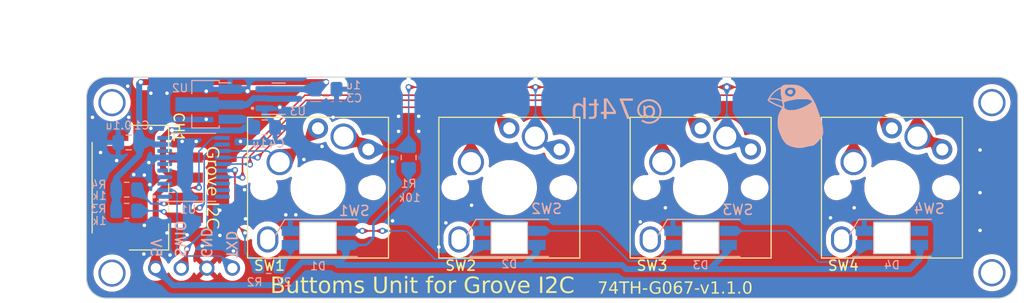
<source format=kicad_pcb>
(kicad_pcb (version 20241229) (generator "pcbnew") (generator_version "9.0")
  (title_block (rev "v1.1.0"))
  (layers (0 "F.Cu" signal) (2 "B.Cu" signal) (13 "F.Paste" user) (15 "B.Paste" user) (5 "F.SilkS" user "F.Silkscreen") (7 "B.SilkS" user "B.Silkscreen") (1 "F.Mask" user) (3 "B.Mask" user) (25 "Edge.Cuts" user))
  (net 0 "")
  (net 1 "+5V")
  (net 2 "GND")
  (net 3 "/SCL")
  (net 4 "/SDA")
  (net 5 "/SWDIO")
  (net 6 "/TXD")
  (net 7 "Net-(D1-DOUT)")
  (net 8 "Net-(D1-DIN)")
  (net 9 "Net-(D2-DOUT)")
  (net 10 "Net-(D3-DOUT)")
  (net 12 "Net-(R1-Pad2)")
  (net 13 "/LED")
  (net 14 "/SW1")
  (net 15 "/SW2")
  (net 16 "/SW3")
  (net 17 "/SW4")
  (net 27 "+3V3")
  (net 28 "Net-(U2-VO)")
  (footprint "74th:Switch_MXChoc_1.0u" (layer "F.Cu") (at 83 67)
    (property "Reference" "SW2" (hide yes))
    (property "Value" "SW_Push" (hide yes))
    (fp_text user "${REFERENCE}" (at -4.826 7.747 0) (layer "F.SilkS"))
    (fp_text user "${REFERENCE}" (at 3.7 2.1 0) (layer "B.SilkS") (effects (justify mirror)))
    (pad "" np_thru_hole circle (at -5.5 0) (size 2 2) (drill 2) (layers "*.Cu" "*.Mask"))
    (pad "" np_thru_hole circle (at -5.08 0) (size 1.7 1.7) (drill 1.7) (layers "*.Cu" "*.Mask"))
    (pad "" thru_hole oval (at -5 5.15 180) (size 2.1 2.6) (drill oval 1.5 2) (layers "*.Cu" "*.Mask"))
    (pad "" np_thru_hole circle (at 0 0 90) (size 5 5) (drill 5) (layers "*.Cu" "*.Mask"))
    (pad "" np_thru_hole circle (at 5.08 0) (size 1.7 1.7) (drill 1.7) (layers "*.Cu" "*.Mask"))
    (pad "" np_thru_hole circle (at 5.5 0) (size 2 2) (drill 2) (layers "*.Cu" "*.Mask"))
    (pad "1" thru_hole circle (at -3.81 -2.54 180) (size 2.6 2.6) (drill 2) (layers "*.Cu" "*.Mask") (net 15 "/SW2"))
    (pad "1" thru_hole circle (at 0 -5.9) (size 2 2) (drill 1.2) (layers "*.Cu" "*.Mask") (net 15 "/SW2"))
    (pad "2" thru_hole circle (at 2.54 -5.08 180) (size 2.6 2.6) (drill 2) (layers "*.Cu" "*.Mask") (net 12 "Net-(R1-Pad2)"))
    (pad "2" thru_hole circle (at 5 -3.8) (size 2 2) (drill 1.2) (layers "*.Cu" "*.Mask") (net 12 "Net-(R1-Pad2)"))
  )
  (footprint "74th:Connector_HY-2.0_SMD_4Pin" (layer "F.Cu") (at 50.8656 67 -90)
    (property "Reference" "CH1" (at -6 0.7 270) (layer "F.SilkS"))
    (property "Value" "Grove I2C" (at 0 -2.6 270) (layer "F.SilkS") (effects (font (size 1.2 1.2))))
    (pad "" smd rect (at -5.4 7.5 90) (size 1.5 3.6) (layers "F.Cu" "F.Mask" "F.Paste"))
    (pad "" smd rect (at 5.4 7.5 90) (size 1.5 3.6) (layers "F.Cu" "F.Mask" "F.Paste"))
    (pad "1" smd rect (at 3 0 90) (size 1 3.4) (layers "F.Cu" "F.Mask" "F.Paste") (net 3 "/SCL"))
    (pad "2" smd rect (at 1 0 90) (size 1 3.4) (layers "F.Cu" "F.Mask" "F.Paste") (net 4 "/SDA"))
    (pad "3" smd rect (at -1 0 90) (size 1 3.4) (layers "F.Cu" "F.Mask" "F.Paste") (net 1 "+5V"))
    (pad "4" smd rect (at -3 0 90) (size 1 3.4) (layers "F.Cu" "F.Mask" "F.Paste") (net 2 "GND"))
  )
  (footprint "$74th:M2_v2" (layer "F.Cu") (at 130.93 63.5)
    (property "Reference" "M2-1" (hide yes))
    (property "Value" "M2_v2" (hide yes))
    (pad "" thru_hole circle (at 0 11.96) (size 2.7 2.7) (drill 2.2) (layers "*.Cu" "*.Mask"))
  )
  (footprint "74th:PinOut_Pin_4" (layer "F.Cu") (at 47.88 75)
    (property "Reference" "CH2" (hide yes))
    (property "Value" "SWD 1Wire & UART TX" (hide yes))
    (pad "1" thru_hole circle (at 0 0) (size 1.524 1.524) (drill 1) (layers "*.Cu" "*.Mask") (net 1 "+5V"))
    (pad "2" thru_hole circle (at 2.54 0) (size 1.524 1.524) (drill 1) (layers "*.Cu" "*.Mask") (net 5 "/SWDIO"))
    (pad "3" thru_hole circle (at 5.08 0) (size 1.524 1.524) (drill 1) (layers "*.Cu" "*.Mask") (net 2 "GND"))
    (pad "4" thru_hole circle (at 7.62 0) (size 1.524 1.524) (drill 1) (layers "*.Cu" "*.Mask") (net 6 "/TXD"))
  )
  (footprint "$74th:M2_v2" (layer "F.Cu") (at 130.93 59.04)
    (property "Reference" "M2-1" (hide yes))
    (property "Value" "M2_v2" (hide yes))
    (pad "" thru_hole circle (at 0 -0.5) (size 2.7 2.7) (drill 2.2) (layers "*.Cu" "*.Mask"))
  )
  (footprint "$74th:M2_v2" (layer "F.Cu") (at 43.54 48.58)
    (property "Reference" "M2-1" (hide yes))
    (property "Value" "M2_v2" (hide yes))
    (pad "" thru_hole circle (at 0 9.96) (size 2.7 2.7) (drill 2.2) (layers "*.Cu" "*.Mask"))
  )
  (footprint "74th:Switch_MXChoc_1.0u" (layer "F.Cu") (at 102 67)
    (property "Reference" "SW3" (hide yes))
    (property "Value" "SW_Push" (hide yes))
    (fp_text user "${REFERENCE}" (at -4.826 7.747 0) (layer "F.SilkS"))
    (fp_text user "${REFERENCE}" (at 3.7 2.2 0) (layer "B.SilkS") (effects (justify mirror)))
    (pad "" np_thru_hole circle (at -5.5 0) (size 2 2) (drill 2) (layers "*.Cu" "*.Mask"))
    (pad "" np_thru_hole circle (at -5.08 0) (size 1.7 1.7) (drill 1.7) (layers "*.Cu" "*.Mask"))
    (pad "" thru_hole oval (at -5 5.15 180) (size 2.1 2.6) (drill oval 1.5 2) (layers "*.Cu" "*.Mask"))
    (pad "" np_thru_hole circle (at 0 0 90) (size 5 5) (drill 5) (layers "*.Cu" "*.Mask"))
    (pad "" np_thru_hole circle (at 5.08 0) (size 1.7 1.7) (drill 1.7) (layers "*.Cu" "*.Mask"))
    (pad "" np_thru_hole circle (at 5.5 0) (size 2 2) (drill 2) (layers "*.Cu" "*.Mask"))
    (pad "1" thru_hole circle (at -3.81 -2.54 180) (size 2.6 2.6) (drill 2) (layers "*.Cu" "*.Mask") (net 16 "/SW3"))
    (pad "1" thru_hole circle (at 0 -5.9) (size 2 2) (drill 1.2) (layers "*.Cu" "*.Mask") (net 16 "/SW3"))
    (pad "2" thru_hole circle (at 2.54 -5.08 180) (size 2.6 2.6) (drill 2) (layers "*.Cu" "*.Mask") (net 12 "Net-(R1-Pad2)"))
    (pad "2" thru_hole circle (at 5 -3.8) (size 2 2) (drill 1.2) (layers "*.Cu" "*.Mask") (net 12 "Net-(R1-Pad2)"))
  )
  (footprint "74th:Switch_MXChoc_1.0u" (layer "F.Cu") (at 121 67)
    (property "Reference" "SW4" (hide yes))
    (property "Value" "SW_Push" (hide yes))
    (fp_text user "${REFERENCE}" (at -4.826 7.747 0) (layer "F.SilkS"))
    (fp_text user "${REFERENCE}" (at 3.7 2.1 0) (layer "B.SilkS") (effects (justify mirror)))
    (pad "" np_thru_hole circle (at -5.5 0) (size 2 2) (drill 2) (layers "*.Cu" "*.Mask"))
    (pad "" np_thru_hole circle (at -5.08 0) (size 1.7 1.7) (drill 1.7) (layers "*.Cu" "*.Mask"))
    (pad "" thru_hole oval (at -5 5.15 180) (size 2.1 2.6) (drill oval 1.5 2) (layers "*.Cu" "*.Mask"))
    (pad "" np_thru_hole circle (at 0 0 90) (size 5 5) (drill 5) (layers "*.Cu" "*.Mask"))
    (pad "" np_thru_hole circle (at 5.08 0) (size 1.7 1.7) (drill 1.7) (layers "*.Cu" "*.Mask"))
    (pad "" np_thru_hole circle (at 5.5 0) (size 2 2) (drill 2) (layers "*.Cu" "*.Mask"))
    (pad "1" thru_hole circle (at -3.81 -2.54 180) (size 2.6 2.6) (drill 2) (layers "*.Cu" "*.Mask") (net 17 "/SW4"))
    (pad "1" thru_hole circle (at 0 -5.9) (size 2 2) (drill 1.2) (layers "*.Cu" "*.Mask") (net 17 "/SW4"))
    (pad "2" thru_hole circle (at 2.54 -5.08 180) (size 2.6 2.6) (drill 2) (layers "*.Cu" "*.Mask") (net 12 "Net-(R1-Pad2)"))
    (pad "2" thru_hole circle (at 5 -3.8) (size 2 2) (drill 1.2) (layers "*.Cu" "*.Mask") (net 12 "Net-(R1-Pad2)"))
  )
  (footprint "74th:Switch_MXChoc_1.0u" (layer "F.Cu") (at 64 67)
    (property "Reference" "SW1" (hide yes))
    (property "Value" "SW_Push" (hide yes))
    (fp_text user "${REFERENCE}" (at -4.826 7.747 0) (layer "F.SilkS"))
    (fp_text user "${REFERENCE}" (at 3.6 2.3 0) (layer "B.SilkS") (effects (justify mirror)))
    (pad "" np_thru_hole circle (at -5.5 0) (size 2 2) (drill 2) (layers "*.Cu" "*.Mask"))
    (pad "" np_thru_hole circle (at -5.08 0) (size 1.7 1.7) (drill 1.7) (layers "*.Cu" "*.Mask"))
    (pad "" thru_hole oval (at -5 5.15 180) (size 2.1 2.6) (drill oval 1.5 2) (layers "*.Cu" "*.Mask"))
    (pad "" np_thru_hole circle (at 0 0 90) (size 5 5) (drill 5) (layers "*.Cu" "*.Mask"))
    (pad "" np_thru_hole circle (at 5.08 0) (size 1.7 1.7) (drill 1.7) (layers "*.Cu" "*.Mask"))
    (pad "" np_thru_hole circle (at 5.5 0) (size 2 2) (drill 2) (layers "*.Cu" "*.Mask"))
    (pad "1" thru_hole circle (at -3.81 -2.54 180) (size 2.6 2.6) (drill 2) (layers "*.Cu" "*.Mask") (net 14 "/SW1"))
    (pad "1" thru_hole circle (at 0 -5.9) (size 2 2) (drill 1.2) (layers "*.Cu" "*.Mask") (net 14 "/SW1"))
    (pad "2" thru_hole circle (at 2.54 -5.08 180) (size 2.6 2.6) (drill 2) (layers "*.Cu" "*.Mask") (net 12 "Net-(R1-Pad2)"))
    (pad "2" thru_hole circle (at 5 -3.8) (size 2 2) (drill 1.2) (layers "*.Cu" "*.Mask") (net 12 "Net-(R1-Pad2)"))
  )
  (footprint "$74th:M2_v2" (layer "F.Cu") (at 43.54 63.54)
    (property "Reference" "M2-1" (hide yes))
    (property "Value" "M2_v2" (hide yes))
    (pad "" thru_hole circle (at 0 11.96) (size 2.7 2.7) (drill 2.2) (layers "*.Cu" "*.Mask"))
  )
  (footprint "74th:Register_0805_2012_WithSizeText" (layer "B.Cu") (at 73 64 90)
    (property "Reference" "R1" (at -2.6 0 0) (layer "B.SilkS") (effects (font (size 0.8 0.8) (thickness 0.12)) (justify mirror)))
    (property "Value" "10k" (hide yes))
    (fp_text user "${VALUE}" (at -4 0.1 0) (layer "B.SilkS") (effects (font (size 0.8 0.8) (thickness 0.12)) (justify mirror)))
    (pad "1" smd roundrect (at -1.0375 0 90) (size 1.175 1.45) (layers "B.Cu" "B.Mask" "B.Paste") (roundrect_rratio 0.208333) (net 1 "+5V"))
    (pad "2" smd roundrect (at 1.0375 0 90) (size 1.175 1.45) (layers "B.Cu" "B.Mask" "B.Paste") (roundrect_rratio 0.208333) (net 12 "Net-(R1-Pad2)"))
  )
  (footprint "74th:Capacitor_0805_2012_WithSizeText" (layer "B.Cu") (at 45.2 62.5 180)
    (property "Reference" "C1" (at -1.3 1.7 180) (layer "B.SilkS") (effects (font (size 0.8 0.8) (thickness 0.12)) (justify mirror)))
    (property "Value" "0.1u" (hide yes))
    (fp_text user "${VALUE}" (at 1 1.7 0) (layer "B.SilkS") (effects (font (size 0.8 0.8) (thickness 0.12)) (justify mirror)))
    (pad "1" smd roundrect (at -1.0375 0 180) (size 1.175 1.45) (layers "B.Cu" "B.Mask" "B.Paste") (roundrect_rratio 0.212766) (net 27 "+3V3"))
    (pad "2" smd roundrect (at 1.0375 0 180) (size 1.175 1.45) (layers "B.Cu" "B.Mask" "B.Paste") (roundrect_rratio 0.212766) (net 2 "GND"))
  )
  (footprint "74th:Logo_74th_7.5mm" (layer "B.Cu") (at 111.601617 60.219674 180)
    (property "Reference" "MISC-ICON" (hide yes))
    (property "Value" "LOGO" (hide yes))
  )
  (footprint "74th:LED_SK6812MINI-E_BACK-RIGHT" (layer "B.Cu") (at 102 72)
    (property "Reference" "D3" (at 0 2.7 180) (layer "B.SilkS") (effects (font (size 0.8 0.8) (thickness 0.12)) (justify mirror)))
    (property "Value" "SK6812MINI")
    (fp_line (start -1.8 -1.55) (end 1.8 -1.55) (stroke (width 0.12)) (layer "Edge.Cuts"))
    (fp_line (start -1.8 1.55) (end -1.8 -1.55) (stroke (width 0.12)) (layer "Edge.Cuts"))
    (fp_line (start 1.8 -1.55) (end 1.8 1.55) (stroke (width 0.12)) (layer "Edge.Cuts"))
    (fp_line (start 1.8 1.55) (end -1.8 1.55) (stroke (width 0.12)) (layer "Edge.Cuts"))
    (pad "1" smd rect (at 2.75 0.7) (size 1.7 1) (layers "B.Cu" "B.Mask" "B.Paste") (net 1 "+5V"))
    (pad "2" smd rect (at 2.75 -0.7) (size 1.7 1) (layers "B.Cu" "B.Mask" "B.Paste") (net 10 "Net-(D3-DOUT)"))
    (pad "3" smd rect (at -2.75 -0.7) (size 1.7 1) (layers "B.Cu" "B.Mask" "B.Paste") (net 2 "GND"))
    (pad "4" smd rect (at -2.75 0.7) (size 1.7 1) (layers "B.Cu" "B.Mask" "B.Paste") (net 9 "Net-(D2-DOUT)"))
  )
  (footprint "74th:Package_SOT-89-3" (layer "B.Cu") (at 52.825 58.7 180)
    (property "Reference" "U2" (at 2.525 1.6 0) (layer "B.SilkS") (effects (font (size 0.8 0.8) (thickness 0.12)) (justify mirror)))
    (property "Value" "AMS1117")
    (pad "1" smd rect (at -2.45 1.5 180) (size 2.3 0.9) (layers "B.Cu" "B.Mask" "B.Paste") (net 2 "GND"))
    (pad "2" smd rect (at -2.45 -0.05 180) (size 2.3 0.9) (layers "B.Cu" "B.Mask" "B.Paste") (net 28 "Net-(U2-VO)"))
    (pad "2" smd rect (at 0.85 -0.025 180) (size 4.3 1.45) (layers "B.Cu" "B.Mask" "B.Paste") (net 28 "Net-(U2-VO)"))
    (pad "3" smd rect (at -2.45 -1.5 180) (size 2.3 0.9) (layers "B.Cu" "B.Mask" "B.Paste") (net 1 "+5V"))
  )
  (footprint "74th:Capacitor_0805_2012_WithSizeText" (layer "B.Cu") (at 64.8 57.2)
    (property "Reference" "C3" (at 2.8 0.9 0) (layer "B.SilkS") (effects (font (size 0.8 0.8) (thickness 0.12)) (justify mirror)))
    (property "Value" "1u" (hide yes))
    (fp_text user "${VALUE}" (at 2.7 -0.4 0) (layer "B.SilkS") (effects (font (size 0.8 0.8) (thickness 0.12)) (justify mirror)))
    (pad "1" smd roundrect (at -1.0375 0) (size 1.175 1.45) (layers "B.Cu" "B.Mask" "B.Paste") (roundrect_rratio 0.212766) (net 27 "+3V3"))
    (pad "2" smd roundrect (at 1.0375 0) (size 1.175 1.45) (layers "B.Cu" "B.Mask" "B.Paste") (roundrect_rratio 0.212766) (net 2 "GND"))
  )
  (footprint "$74th:JLCJLCJLCJLC" (layer "B.Cu") (at 118.5 76.9 180)
    (property "Reference" "REF**" (hide yes))
    (property "Value" "JLCJLCJLCJLC" (hide yes))
  )
  (footprint "74th:Register_0805_2012_WithSizeText" (layer "B.Cu") (at 45 69.3)
    (property "Reference" "R3" (at -2.8 -0.2 0) (layer "B.SilkS") (effects (font (size 0.8 0.8) (thickness 0.12)) (justify mirror)))
    (property "Value" "1k" (hide yes))
    (fp_text user "${VALUE}" (at -2.7 1 0) (layer "B.SilkS") (effects (font (size 0.8 0.8) (thickness 0.12)) (justify mirror)))
    (pad "1" smd roundrect (at -1.0375 0) (size 1.175 1.45) (layers "B.Cu" "B.Mask" "B.Paste") (roundrect_rratio 0.208333) (net 27 "+3V3"))
    (pad "2" smd roundrect (at 1.0375 0) (size 1.175 1.45) (layers "B.Cu" "B.Mask" "B.Paste") (roundrect_rratio 0.208333) (net 3 "/SCL"))
  )
  (footprint "74th:Capacitor_0805_2012_WithSizeText" (layer "B.Cu") (at 58.7 61)
    (property "Reference" "C4" (at 1.2 1.6 0) (layer "B.SilkS") (effects (font (size 0.8 0.8) (thickness 0.12)) (justify mirror)))
    (property "Value" "1u" (hide yes))
    (fp_text user "${VALUE}" (at -0.5 1.6 0) (layer "B.SilkS") (effects (font (size 0.8 0.8) (thickness 0.12)) (justify mirror)))
    (pad "1" smd roundrect (at -1.0375 0) (size 1.175 1.45) (layers "B.Cu" "B.Mask" "B.Paste") (roundrect_rratio 0.212766) (net 1 "+5V"))
    (pad "2" smd roundrect (at 1.0375 0) (size 1.175 1.45) (layers "B.Cu" "B.Mask" "B.Paste") (roundrect_rratio 0.212766) (net 2 "GND"))
  )
  (footprint "74th:Package_TSSOP-20_4.4x6.5mm_P0.65mm" (layer "B.Cu") (at 51.6375 64.975)
    (property "Reference" "U1" (at -0.5375 4.2 180) (layer "B.SilkS") (effects (font (size 0.8 0.8) (thickness 0.12)) (justify mirror)))
    (property "Value" "CH32V003F4P6")
    (pad "1" smd roundrect (at -2.8625 2.925) (size 1.475 0.4) (layers "B.Cu" "B.Mask" "B.Paste"))
    (pad "2" smd roundrect (at -2.8625 2.275) (size 1.475 0.4) (layers "B.Cu" "B.Mask" "B.Paste") (net 6 "/TXD"))
    (pad "3" smd roundrect (at -2.8625 1.625) (size 1.475 0.4) (layers "B.Cu" "B.Mask" "B.Paste"))
    (pad "4" smd roundrect (at -2.8625 0.975) (size 1.475 0.4) (layers "B.Cu" "B.Mask" "B.Paste"))
    (pad "5" smd roundrect (at -2.8625 0.325) (size 1.475 0.4) (layers "B.Cu" "B.Mask" "B.Paste"))
    (pad "6" smd roundrect (at -2.8625 -0.325) (size 1.475 0.4) (layers "B.Cu" "B.Mask" "B.Paste"))
    (pad "7" smd roundrect (at -2.8625 -0.975) (size 1.475 0.4) (layers "B.Cu" "B.Mask" "B.Paste") (net 2 "GND"))
    (pad "8" smd roundrect (at -2.8625 -1.625) (size 1.475 0.4) (layers "B.Cu" "B.Mask" "B.Paste"))
    (pad "9" smd roundrect (at -2.8625 -2.275) (size 1.475 0.4) (layers "B.Cu" "B.Mask" "B.Paste") (net 27 "+3V3"))
    (pad "10" smd roundrect (at -2.8625 -2.925) (size 1.475 0.4) (layers "B.Cu" "B.Mask" "B.Paste"))
    (pad "11" smd roundrect (at 2.8625 -2.925) (size 1.475 0.4) (layers "B.Cu" "B.Mask" "B.Paste") (net 4 "/SDA"))
    (pad "12" smd roundrect (at 2.8625 -2.275) (size 1.475 0.4) (layers "B.Cu" "B.Mask" "B.Paste") (net 3 "/SCL"))
    (pad "13" smd roundrect (at 2.8625 -1.625) (size 1.475 0.4) (layers "B.Cu" "B.Mask" "B.Paste") (net 14 "/SW1"))
    (pad "14" smd roundrect (at 2.8625 -0.975) (size 1.475 0.4) (layers "B.Cu" "B.Mask" "B.Paste") (net 15 "/SW2"))
    (pad "15" smd roundrect (at 2.8625 -0.325) (size 1.475 0.4) (layers "B.Cu" "B.Mask" "B.Paste") (net 16 "/SW3"))
    (pad "16" smd roundrect (at 2.8625 0.325) (size 1.475 0.4) (layers "B.Cu" "B.Mask" "B.Paste") (net 13 "/LED"))
    (pad "17" smd roundrect (at 2.8625 0.975) (size 1.475 0.4) (layers "B.Cu" "B.Mask" "B.Paste") (net 17 "/SW4"))
    (pad "18" smd roundrect (at 2.8625 1.625) (size 1.475 0.4) (layers "B.Cu" "B.Mask" "B.Paste") (net 5 "/SWDIO"))
    (pad "19" smd roundrect (at 2.8625 2.275) (size 1.475 0.4) (layers "B.Cu" "B.Mask" "B.Paste"))
    (pad "20" smd roundrect (at 2.8625 2.925) (size 1.475 0.4) (layers "B.Cu" "B.Mask" "B.Paste"))
  )
  (footprint "74th:LED_SK6812MINI-E_BACK-RIGHT" (layer "B.Cu") (at 121 72)
    (property "Reference" "D4" (at 0 2.7 180) (layer "B.SilkS") (effects (font (size 0.8 0.8) (thickness 0.12)) (justify mirror)))
    (property "Value" "SK6812MINI")
    (fp_line (start -1.8 -1.55) (end 1.8 -1.55) (stroke (width 0.12)) (layer "Edge.Cuts"))
    (fp_line (start -1.8 1.55) (end -1.8 -1.55) (stroke (width 0.12)) (layer "Edge.Cuts"))
    (fp_line (start 1.8 -1.55) (end 1.8 1.55) (stroke (width 0.12)) (layer "Edge.Cuts"))
    (fp_line (start 1.8 1.55) (end -1.8 1.55) (stroke (width 0.12)) (layer "Edge.Cuts"))
    (pad "1" smd rect (at 2.75 0.7) (size 1.7 1) (layers "B.Cu" "B.Mask" "B.Paste") (net 1 "+5V"))
    (pad "2" smd rect (at 2.75 -0.7) (size 1.7 1) (layers "B.Cu" "B.Mask" "B.Paste"))
    (pad "3" smd rect (at -2.75 -0.7) (size 1.7 1) (layers "B.Cu" "B.Mask" "B.Paste") (net 2 "GND"))
    (pad "4" smd rect (at -2.75 0.7) (size 1.7 1) (layers "B.Cu" "B.Mask" "B.Paste") (net 10 "Net-(D3-DOUT)"))
  )
  (footprint "74th:Register_0805_2012_WithSizeText" (layer "B.Cu") (at 59.1 74.8 180)
    (property "Reference" "R2" (at 1.4 -1.6 180) (layer "B.SilkS") (effects (font (size 0.8 0.8) (thickness 0.12)) (justify mirror)))
    (property "Value" "27" (hide yes))
    (fp_text user "${VALUE}" (at -1.5 -1.6 180) (layer "B.SilkS") (effects (font (size 0.8 0.8) (thickness 0.12)) (justify mirror)))
    (pad "1" smd roundrect (at -1.0375 0 180) (size 1.175 1.45) (layers "B.Cu" "B.Mask" "B.Paste") (roundrect_rratio 0.208333) (net 8 "Net-(D1-DIN)"))
    (pad "2" smd roundrect (at 1.0375 0 180) (size 1.175 1.45) (layers "B.Cu" "B.Mask" "B.Paste") (roundrect_rratio 0.208333) (net 13 "/LED"))
  )
  (footprint "74th:LED_SK6812MINI-E_BACK-RIGHT" (layer "B.Cu") (at 64 72)
    (property "Reference" "D1" (at 0 2.8 180) (layer "B.SilkS") (effects (font (size 0.8 0.8) (thickness 0.12)) (justify mirror)))
    (property "Value" "SK6812MINI")
    (fp_line (start -1.8 -1.55) (end 1.8 -1.55) (stroke (width 0.12)) (layer "Edge.Cuts"))
    (fp_line (start -1.8 1.55) (end -1.8 -1.55) (stroke (width 0.12)) (layer "Edge.Cuts"))
    (fp_line (start 1.8 -1.55) (end 1.8 1.55) (stroke (width 0.12)) (layer "Edge.Cuts"))
    (fp_line (start 1.8 1.55) (end -1.8 1.55) (stroke (width 0.12)) (layer "Edge.Cuts"))
    (pad "1" smd rect (at 2.75 0.7) (size 1.7 1) (layers "B.Cu" "B.Mask" "B.Paste") (net 1 "+5V"))
    (pad "2" smd rect (at 2.75 -0.7) (size 1.7 1) (layers "B.Cu" "B.Mask" "B.Paste") (net 7 "Net-(D1-DOUT)"))
    (pad "3" smd rect (at -2.75 -0.7) (size 1.7 1) (layers "B.Cu" "B.Mask" "B.Paste") (net 2 "GND"))
    (pad "4" smd rect (at -2.75 0.7) (size 1.7 1) (layers "B.Cu" "B.Mask" "B.Paste") (net 8 "Net-(D1-DIN)"))
  )
  (footprint "74th:Register_0805_2012_WithSizeText" (layer "B.Cu") (at 45 67.2)
    (property "Reference" "R4" (at -2.8 -0.5 0) (layer "B.SilkS") (effects (font (size 0.8 0.8) (thickness 0.12)) (justify mirror)))
    (property "Value" "1k" (hide yes))
    (fp_text user "${VALUE}" (at -2.7 0.6 0) (layer "B.SilkS") (effects (font (size 0.8 0.8) (thickness 0.12)) (justify mirror)))
    (pad "1" smd roundrect (at -1.0375 0) (size 1.175 1.45) (layers "B.Cu" "B.Mask" "B.Paste") (roundrect_rratio 0.208333) (net 27 "+3V3"))
    (pad "2" smd roundrect (at 1.0375 0) (size 1.175 1.45) (layers "B.Cu" "B.Mask" "B.Paste") (roundrect_rratio 0.208333) (net 4 "/SDA"))
  )
  (footprint "74th:LED_SK6812MINI-E_BACK-RIGHT" (layer "B.Cu") (at 83 72)
    (property "Reference" "D2" (at 0 2.6 180) (layer "B.SilkS") (effects (font (size 0.8 0.8) (thickness 0.12)) (justify mirror)))
    (property "Value" "SK6812MINI")
    (fp_line (start -1.8 -1.55) (end 1.8 -1.55) (stroke (width 0.12)) (layer "Edge.Cuts"))
    (fp_line (start -1.8 1.55) (end -1.8 -1.55) (stroke (width 0.12)) (layer "Edge.Cuts"))
    (fp_line (start 1.8 -1.55) (end 1.8 1.55) (stroke (width 0.12)) (layer "Edge.Cuts"))
    (fp_line (start 1.8 1.55) (end -1.8 1.55) (stroke (width 0.12)) (layer "Edge.Cuts"))
    (pad "1" smd rect (at 2.75 0.7) (size 1.7 1) (layers "B.Cu" "B.Mask" "B.Paste") (net 1 "+5V"))
    (pad "2" smd rect (at 2.75 -0.7) (size 1.7 1) (layers "B.Cu" "B.Mask" "B.Paste") (net 9 "Net-(D2-DOUT)"))
    (pad "3" smd rect (at -2.75 -0.7) (size 1.7 1) (layers "B.Cu" "B.Mask" "B.Paste") (net 2 "GND"))
    (pad "4" smd rect (at -2.75 0.7) (size 1.7 1) (layers "B.Cu" "B.Mask" "B.Paste") (net 7 "Net-(D1-DOUT)"))
  )
  (footprint "74th:Package_SOT-23" (layer "B.Cu") (at 60.0875 58.15)
    (property "Reference" "U3" (at 1.9125 1.25 0) (layer "B.SilkS") (effects (font (size 0.8 0.8) (thickness 0.12)) (justify mirror)))
    (property "Value" "CH213K")
    (pad "1" smd roundrect (at -1.3875 0.95) (size 1.825 0.6) (layers "B.Cu" "B.Mask" "B.Paste") (net 2 "GND"))
    (pad "2" smd roundrect (at -1.3875 -0.95) (size 1.825 0.6) (layers "B.Cu" "B.Mask" "B.Paste") (net 27 "+3V3"))
    (pad "3" smd roundrect (at 1.3875 0) (size 1.825 0.6) (layers "B.Cu" "B.Mask" "B.Paste") (net 28 "Net-(U2-VO)"))
  )
  (gr_arc (start 41 58) (mid 41.585786 56.585786) (end 43 56) (stroke (width 0.1)) (layer "Edge.Cuts"))
  (gr_arc (start 131.5 56) (mid 132.914214 56.585786) (end 133.5 58) (stroke (width 0.1)) (layer "Edge.Cuts"))
  (gr_arc (start 43 78) (mid 41.585786 77.414214) (end 41 76) (stroke (width 0.1)) (layer "Edge.Cuts"))
  (gr_line (start 131.5 78) (end 43 78) (stroke (width 0.1)) (layer "Edge.Cuts"))
  (gr_line (start 41 76) (end 41 58) (stroke (width 0.1)) (layer "Edge.Cuts"))
  (gr_line (start 133.5 58) (end 133.5 76) (stroke (width 0.1)) (layer "Edge.Cuts"))
  (gr_line (start 43 56) (end 131.5 56) (stroke (width 0.1)) (layer "Edge.Cuts"))
  (gr_arc (start 133.5 76) (mid 132.914214 77.414214) (end 131.5 78) (stroke (width 0.1)) (layer "Edge.Cuts"))
  (gr_text "Buttoms Unit for Grove I2C" (at 59.25 77.75 0) (layer "F.SilkS") (effects (font (size 1.6 1.6) (thickness 0.12)) (justify left bottom)))
  (gr_text "74TH-G067-${REVISION}" (at 91.75 77.75 0) (layer "F.SilkS") (effects (font (size 1.2 1.2) (thickness 0.12)) (justify left bottom)))
  (gr_text "GND" (at 52.9 74.1 270) (layer "B.SilkS") (effects (font (size 1 1) (thickness 0.16)) (justify left mirror)))
  (gr_text "TXD" (at 55.4 74.1 270) (layer "B.SilkS") (effects (font (size 1 1) (thickness 0.16)) (justify left mirror)))
  (gr_text "@74th" (at 98.3 60.5 0) (layer "B.SilkS") (effects (font (size 2 2) (thickness 0.12)) (justify left bottom mirror)))
  (gr_text "5V" (at 47.9 74 270) (layer "B.SilkS") (effects (font (size 1 1) (thickness 0.16)) (justify left mirror)))
  (gr_text "SWIO" (at 50.3 74 270) (layer "B.SilkS") (effects (font (size 1 1) (thickness 0.16)) (justify left mirror)))
  (segment (start 49.5 66) (end 50.8656 66) (width 0.6) (layer "F.Cu") (net 1))
  (segment (start 49.5 61.3) (end 49.35 61.3) (width 0.6) (layer "F.Cu") (net 1))
  (segment (start 50.8656 66) (end 49.6656 66) (width 0.6) (layer "F.Cu") (net 1))
  (segment (start 48.6 62.05) (end 48.6 65.1) (width 0.6) (layer "F.Cu") (net 1))
  (segment (start 48.6 65.1) (end 49.5 66) (width 0.6) (layer "F.Cu") (net 1))
  (segment (start 49.35 61.3) (end 48.6 62.05) (width 0.6) (layer "F.Cu") (net 1))
  (segment (start 47.88 67.7856) (end 47.88 75) (width 0.6) (layer "F.Cu") (net 1))
  (segment (start 49.6656 66) (end 47.88 67.7856) (width 0.6) (layer "F.Cu") (net 1))
  (via (at 49.5 61.3) (size 0.6) (drill 0.4) (layers "F.Cu" "B.Cu") (net 1))
  (segment (start 122.75 75.1) (end 123.75 74.1) (width 0.6) (layer "B.Cu") (net 1))
  (segment (start 104.75 73.25) (end 104.75 72.7) (width 0.6) (layer "B.Cu") (net 1))
  (segment (start 69.5 71.792893) (end 69.5 70.707107) (width 0.25) (layer "B.Cu") (net 1))
  (segment (start 84.5 74.7) (end 85.75 73.45) (width 0.6) (layer "B.Cu") (net 1))
  (segment (start 69.646447 70.353553) (end 72.853554 67.146446) (width 0.25) (layer "B.Cu") (net 1))
  (segment (start 62.4 74.4) (end 65.7 74.4) (width 0.6) (layer "B.Cu") (net 1))
  (segment (start 66.75 73.8) (end 66.75 72.7) (width 0.6) (layer "B.Cu") (net 1))
  (segment (start 66.75 72.7) (end 68.592893 72.7) (width 0.25) (layer "B.Cu") (net 1))
  (segment (start 73 66.792893) (end 73 65) (width 0.25) (layer "B.Cu") (net 1))
  (segment (start 56.4 61.3) (end 49.5 61.3) (width 0.6) (layer "B.Cu") (net 1))
  (segment (start 60.1 76.7) (end 62.4 74.4) (width 0.6) (layer "B.Cu") (net 1))
  (segment (start 56.7 61) (end 56.4 61.3) (width 0.6) (layer "B.Cu") (net 1))
  (segment (start 94.6 75.1) (end 102.9 75.1) (width 0.6) (layer "B.Cu") (net 1))
  (segment (start 49.58 76.7) (end 60.1 76.7) (width 0.6) (layer "B.Cu") (net 1))
  (segment (start 102.9 75.1) (end 122.75 75.1) (width 0.6) (layer "B.Cu") (net 1))
  (segment (start 94.2 74.7) (end 94.6 75.1) (width 0.6) (layer "B.Cu") (net 1))
  (segment (start 57.6625 61) (end 57.6625 60.6625) (width 0.6) (layer "B.Cu") (net 1))
  (segment (start 65.7 74.4) (end 66 74.7) (width 0.6) (layer "B.Cu") (net 1))
  (segment (start 47.88 75) (end 49.58 76.7) (width 0.6) (layer "B.Cu") (net 1))
  (segment (start 65.7 74.4) (end 66.15 74.4) (width 0.6) (layer "B.Cu") (net 1))
  (segment (start 68.946447 72.553553) (end 69.353554 72.146446) (width 0.25) (layer "B.Cu") (net 1))
  (segment (start 66.15 74.4) (end 66.75 73.8) (width 0.6) (layer "B.Cu") (net 1))
  (segment (start 57.6625 61) (end 56.7 61) (width 0.6) (layer "B.Cu") (net 1))
  (segment (start 66 74.7) (end 84.5 74.7) (width 0.6) (layer "B.Cu") (net 1))
  (segment (start 102.9 75.1) (end 104.75 73.25) (width 0.6) (layer "B.Cu") (net 1))
  (segment (start 57.6625 60.6625) (end 57.2 60.2) (width 0.6) (layer "B.Cu") (net 1))
  (segment (start 84.5 74.7) (end 94.2 74.7) (width 0.6) (layer "B.Cu") (net 1))
  (segment (start 123.75 74.1) (end 123.75 72.7) (width 0.6) (layer "B.Cu") (net 1))
  (segment (start 57.2 60.2) (end 55.275 60.2) (width 0.6) (layer "B.Cu") (net 1))
  (segment (start 85.75 73.45) (end 85.75 72.7) (width 0.6) (layer "B.Cu") (net 1))
  (arc (start 68.946447 72.553553) (mid 68.784235 72.66194) (end 68.592893 72.7) (width 0.25) (layer "B.Cu") (net 1))
  (arc (start 69.353554 72.146446) (mid 69.46194 71.984234) (end 69.5 71.792893) (width 0.25) (layer "B.Cu") (net 1))
  (arc (start 72.853554 67.146446) (mid 72.96194 66.984234) (end 73 66.792893) (width 0.25) (layer "B.Cu") (net 1))
  (arc (start 69.646447 70.353553) (mid 69.53806 70.515765) (end 69.5 70.707107) (width 0.25) (layer "B.Cu") (net 1))
  (via (at 65.5 60) (size 0.6) (drill 0.35) (layers "F.Cu" "B.Cu") (net 2))
  (via (at 71.4 70.3) (size 0.6) (drill 0.35) (layers "F.Cu" "B.Cu") (net 2))
  (via (at 45.1 56.9) (size 0.6) (drill 0.35) (layers "F.Cu" "B.Cu") (net 2))
  (via (at 47.3 66.7) (size 0.6) (drill 0.35) (layers "F.Cu" "B.Cu") (net 2))
  (via (at 52.9 57.4) (size 0.6) (drill 0.35) (layers "F.Cu" "B.Cu") (net 2))
  (via (at 47.4 61.1) (size 0.6) (drill 0.35) (layers "F.Cu" "B.Cu") (net 2))
  (via (at 129.75 67.5) (size 0.6) (drill 0.35) (layers "F.Cu" "B.Cu") (net 2))
  (via (at 117.25 69) (size 0.6) (drill 0.35) (layers "F.Cu" "B.Cu") (net 2))
  (via (at 47.4 57.6) (size 0.6) (drill 0.35) (layers "F.Cu" "B.Cu") (net 2))
  (via (at 49 71.5) (size 0.6) (drill 0.35) (layers "F.Cu" "B.Cu") (net 2))
  (via (at 45.7 65.7) (size 0.6) (drill 0.35) (layers "F.Cu" "B.Cu") (net 2))
  (via (at 55.6 73.3) (size 0.6) (drill 0.35) (layers "F.Cu" "B.Cu") (net 2))
  (via (at 51 71.7) (size 0.6) (drill 0.35) (layers "F.Cu" "B.Cu") (net 2))
  (via (at 74 61.4) (size 0.6) (drill 0.35) (layers "F.Cu" "B.Cu") (net 2))
  (via (at 60.2 59) (size 0.6) (drill 0.35) (layers "F.Cu" "B.Cu") (net 2))
  (via (at 114.9 70) (size 0.6) (drill 0.35) (layers "F.Cu" "B.Cu") (net 2))
  (via (at 54.25 71.75) (size 0.6) (drill 0.35) (layers "F.Cu" "B.Cu") (net 2))
  (via (at 50.5 62.4) (size 0.6) (drill 0.35) (layers "F.Cu" "B.Cu") (net 2))
  (via (at 52.5 72.8) (size 0.6) (drill 0.35) (layers "F.Cu" "B.Cu") (net 2))
  (via (at 96 70.4) (size 0.6) (drill 0.35) (layers "F.Cu" "B.Cu") (net 2))
  (via (at 76 72.9) (size 0.6) (drill 0.35) (layers "F.Cu" "B.Cu") (net 2))
  (via (at 76.7 70.5) (size 0.6) (drill 0.35) (layers "F.Cu" "B.Cu") (net 2))
  (via (at 44 64.3) (size 0.6) (drill 0.35) (layers "F.Cu" "B.Cu") (net 2))
  (via (at 45.2 60) (size 0.6) (drill 0.35) (layers "F.Cu" "B.Cu") (net 2))
  (via (at 52.9 60.2) (size 0.6) (drill 0.35) (layers "F.Cu" "B.Cu") (net 2))
  (via (at 129.75 71.25) (size 0.6) (drill 0.35) (layers "F.Cu" "B.Cu") (net 2))
  (via (at 129.75 63.25) (size 0.6) (drill 0.35) (layers "F.Cu" "B.Cu") (net 2))
  (via (at 56.8 70.1) (size 0.6) (drill 0.35) (layers "F.Cu" "B.Cu") (net 2))
  (via (at 72 59.9) (size 0.6) (drill 0.35) (layers "F.Cu" "B.Cu") (net 2))
  (via (at 72 61.4) (size 0.6) (drill 0.35) (layers "F.Cu" "B.Cu") (net 2))
  (via (at 56.7 67.2) (size 0.6) (drill 0.35) (layers "F.Cu" "B.Cu") (net 2))
  (via (at 41.6 60) (size 0.6) (drill 0.35) (layers "F.Cu" "B.Cu") (net 2))
  (via (at 46.75 70.75) (size 0.6) (drill 0.35) (layers "F.Cu" "B.Cu") (net 2))
  (via (at 46.75 65.75) (size 0.6) (drill 0.35) (layers "F.Cu" "B.Cu") (net 2))
  (via (at 54.25 69.25) (size 0.6) (drill 0.35) (layers "F.Cu" "B.Cu") (net 2))
  (via (at 60.8 69.7) (size 0.6) (drill 0.35) (layers "F.Cu" "B.Cu") (net 2))
  (via (at 74 59.9) (size 0.6) (drill 0.35) (layers "F.Cu" "B.Cu") (net 2))
  (via (at 51.9 62.4) (size 0.6) (drill 0.35) (layers "F.Cu" "B.Cu") (net 2))
  (via (at 49.3 73.7) (size 0.6) (drill 0.35) (layers "F.Cu" "B.Cu") (net 2))
  (via (at 71.4 64.4) (size 0.6) (drill 0.35) (layers "F.Cu" "B.Cu") (net 2))
  (via (at 49 57.6) (size 0.6) (drill 0.35) (layers "F.Cu" "B.Cu") (net 2))
  (via (at 62.6 64.2) (size 0.6) (drill 0.35) (layers "F.Cu" "B.Cu") (net 2))
  (via (at 46.7 73.6) (size 0.6) (drill 0.35) (layers "F.Cu" "B.Cu") (net 2))
  (via (at 47.2 64.5) (size 0.6) (drill 0.35) (layers "F.Cu" "B.Cu") (net 2))
  (via (at 64.4 62.9) (size 0.6) (drill 0.35) (layers "F.Cu" "B.Cu") (net 2))
  (via (at 98.5 69) (size 0.6) (drill 0.35) (layers "F.Cu" "B.Cu") (net 2))
  (via (at 79.25 68.75) (size 0.6) (drill 0.35) (layers "F.Cu" "B.Cu") (net 2))
  (via (at 61.8 69.7) (size 0.6) (drill 0.35) (layers "F.Cu" "B.Cu") (net 2))
  (via (at 42.4 63.5) (size 0.6) (drill 0.35) (layers "F.Cu" "B.Cu") (net 2))
  (via (at 57 57.4) (size 0.6) (drill 0.4) (layers "F.Cu" "B.Cu") (net 2))
  (via (at 56.3 62.4) (size 0.6) (drill 0.35) (layers "F.Cu" "B.Cu") (net 2))
  (segment (start 50.5 63.4) (end 49.9 64) (width 0.6) (layer "B.Cu") (net 2))
  (segment (start 47.9 64) (end 47.3 64.6) (width 0.6) (layer "B.Cu") (net 2))
  (segment (start 49.9 64) (end 48.775 64) (width 0.6) (layer "B.Cu") (net 2))
  (segment (start 46.75 65.15) (end 46.75 65.75) (width 0.6) (layer "B.Cu") (net 2))
  (segment (start 59.7375 60.7375) (end 58.7 59.7) (width 0.6) (layer "B.Cu") (net 2))
  (segment (start 59.7375 61) (end 59.7375 60.7375) (width 0.6) (layer "B.Cu") (net 2))
  (segment (start 58.7 59.7) (end 58.7 59.1) (width 0.6) (layer "B.Cu") (net 2))
  (segment (start 47.3 64.6) (end 46.75 65.15) (width 0.6) (layer "B.Cu") (net 2))
  (segment (start 55.275 57.2) (end 56.8 57.2) (width 0.6) (layer "B.Cu") (net 2))
  (segment (start 48.775 64) (end 47.9 64) (width 0.6) (layer "B.Cu") (net 2))
  (segment (start 50.5 62.4) (end 50.5 63.4) (width 0.6) (layer "B.Cu") (net 2))
  (segment (start 56.8 57.2) (end 57 57.4) (width 0.6) (layer "B.Cu") (net 2))
  (segment (start 50.8656 70) (end 49.3 70) (width 0.15) (layer "F.Cu") (net 3))
  (segment (start 49.3 70) (end 48.7 69.4) (width 0.15) (layer "F.Cu") (net 3))
  (segment (start 51.719153 69.146447) (end 50.8656 70) (width 0.15) (layer "F.Cu") (net 3))
  (segment (start 52.25 69) (end 52.072707 69) (width 0.15) (layer "F.Cu") (net 3))
  (via (at 48.7 69.4) (size 0.5) (drill 0.3) (layers "F.Cu" "B.Cu") (net 3))
  (via (at 52.25 69) (size 0.6) (drill 0.35) (layers "F.Cu" "B.Cu") (net 3))
  (arc (start 51.719153 69.146447) (mid 51.881365 69.03806) (end 52.072707 69) (width 0.15) (layer "F.Cu") (net 3))
  (segment (start 52.7 63.8) (end 53.8 62.7) (width 0.15) (layer "B.Cu") (net 3))
  (segment (start 52.25 69) (end 52.3 69) (width 0.15) (layer "B.Cu") (net 3))
  (segment (start 52.7 68.6) (end 52.7 63.8) (width 0.15) (layer "B.Cu") (net 3))
  (segment (start 52.3 69) (end 52.7 68.6) (width 0.15) (layer "B.Cu") (net 3))
  (segment (start 48.6 69.3) (end 46.0375 69.3) (width 0.15) (layer "B.Cu") (net 3))
  (segment (start 53.8 62.7) (end 54.5 62.7) (width 0.15) (layer "B.Cu") (net 3))
  (segment (start 48.7 69.4) (end 48.6 69.3) (width 0.15) (layer "B.Cu") (net 3))
  (segment (start 51.5 67) (end 50.8656 67.6344) (width 0.15) (layer "F.Cu") (net 4))
  (segment (start 50.2656 68.6) (end 50.8656 68) (width 0.2) (layer "F.Cu") (net 4))
  (segment (start 48.7 68.6) (end 50.2656 68.6) (width 0.2) (layer "F.Cu") (net 4))
  (segment (start 52.175 67) (end 51.5 67) (width 0.15) (layer "F.Cu") (net 4))
  (via (at 48.7 68.6) (size 0.5) (drill 0.3) (layers "F.Cu" "B.Cu") (net 4))
  (via (at 52.175 67) (size 0.6) (drill 0.35) (layers "F.Cu" "B.Cu") (net 4))
  (segment (start 52.175 67) (end 52.175 63.375) (width 0.15) (layer "B.Cu") (net 4))
  (segment (start 46.0375 67.2) (end 47.4375 68.6) (width 0.2) (layer "B.Cu") (net 4))
  (segment (start 53.5 62.05) (end 54.5 62.05) (width 0.15) (layer "B.Cu") (net 4))
  (segment (start 47.4375 68.6) (end 48.7 68.6) (width 0.2) (layer "B.Cu") (net 4))
  (segment (start 52.175 63.375) (end 53.5 62.05) (width 0.15) (layer "B.Cu") (net 4))
  (segment (start 50.853553 74.566447) (end 50.42 75) (width 0.15) (layer "F.Cu") (net 5))
  (segment (start 51 73.1) (end 51 74.212893) (width 0.15) (layer "F.Cu") (net 5))
  (via (at 51 73.1) (size 0.6) (drill 0.35) (layers "F.Cu" "B.Cu") (net 5))
  (arc (start 51 74.212893) (mid 50.96194 74.404235) (end 50.853553 74.566447) (width 0.15) (layer "F.Cu") (net 5))
  (segment (start 53 69.792893) (end 53 67.457107) (width 0.15) (layer "B.Cu") (net 5))
  (segment (start 51 73) (end 53 71) (width 0.2) (layer "B.Cu") (net 5))
  (segment (start 53 71) (end 53 69.792893) (width 0.2) (layer "B.Cu") (net 5))
  (segment (start 51 73.1) (end 51 73) (width 0.2) (layer "B.Cu") (net 5))
  (segment (start 53.146446 67.103554) (end 53.503553 66.746447) (width 0.15) (layer "B.Cu") (net 5))
  (segment (start 53.857107 66.6) (end 54.5 66.6) (width 0.15) (layer "B.Cu") (net 5))
  (arc (start 53 67.457107) (mid 53.03806 67.265766) (end 53.146446 67.103554) (width 0.15) (layer "B.Cu") (net 5))
  (arc (start 53.503553 66.746447) (mid 53.665765 66.63806) (end 53.857107 66.6) (width 0.15) (layer "B.Cu") (net 5))
  (segment (start 55.5 75) (end 54.3 73.8) (width 0.15) (layer "B.Cu") (net 6))
  (segment (start 50 73) (end 50 67.75) (width 0.15) (layer "B.Cu") (net 6))
  (segment (start 49.5 67.25) (end 48.775 67.25) (width 0.15) (layer "B.Cu") (net 6))
  (segment (start 50.8 73.8) (end 50 73) (width 0.15) (layer "B.Cu") (net 6))
  (segment (start 54.3 73.8) (end 50.8 73.8) (width 0.15) (layer "B.Cu") (net 6))
  (arc (start 50 67.75) (mid 49.853553 67.396447) (end 49.5 67.25) (width 0.15) (layer "B.Cu") (net 6))
  (segment (start 68.4 71.3) (end 70.4 71.3) (width 0.15) (layer "F.Cu") (net 7))
  (via (at 70.4 71.3) (size 0.6) (drill 0.35) (layers "F.Cu" "B.Cu") (net 7))
  (via (at 68.4 71.3) (size 0.6) (drill 0.35) (layers "F.Cu" "B.Cu") (net 7))
  (segment (start 78.85 74.1) (end 80.25 72.7) (width 0.15) (layer "B.Cu") (net 7))
  (segment (start 75.6 74.1) (end 78.85 74.1) (width 0.15) (layer "B.Cu") (net 7))
  (segment (start 66.75 71.3) (end 68.4 71.3) (width 0.15) (layer "B.Cu") (net 7))
  (segment (start 70.4 71.3) (end 72.592893 71.3) (width 0.15) (layer "B.Cu") (net 7))
  (segment (start 72.946447 71.446447) (end 75.6 74.1) (width 0.15) (layer "B.Cu") (net 7))
  (arc (start 72.592893 71.3) (mid 72.784235 71.33806) (end 72.946447 71.446447) (width 0.15) (layer "B.Cu") (net 7))
  (segment (start 61.25 72.7) (end 61.25 73.6875) (width 0.15) (layer "B.Cu") (net 8))
  (segment (start 61.25 73.6875) (end 60.1375 74.8) (width 0.15) (layer "B.Cu") (net 8))
  (segment (start 91.996447 71.446447) (end 94.85 74.3) (width 0.15) (layer "B.Cu") (net 9))
  (segment (start 99.25 72.75) (end 99.25 72.7) (width 0.15) (layer "B.Cu") (net 9))
  (segment (start 85.75 71.3) (end 91.642893 71.3) (width 0.15) (layer "B.Cu") (net 9))
  (segment (start 94.85 74.3) (end 97.7 74.3) (width 0.15) (layer "B.Cu") (net 9))
  (segment (start 97.7 74.3) (end 99.25 72.75) (width 0.15) (layer "B.Cu") (net 9))
  (arc (start 91.642893 71.3) (mid 91.834235 71.33806) (end 91.996447 71.446447) (width 0.15) (layer "B.Cu") (net 9))
  (segment (start 118.25 72.7) (end 118.25 73.05) (width 0.15) (layer "B.Cu") (net 10))
  (segment (start 113.7 74.4) (end 111.953554 72.653554) (width 0.15) (layer "B.Cu") (net 10))
  (segment (start 118.25 73.05) (end 116.9 74.4) (width 0.15) (layer "B.Cu") (net 10))
  (segment (start 104.75 71.3) (end 110.392893 71.3) (width 0.15) (layer "B.Cu") (net 10))
  (segment (start 110.746447 71.446447) (end 111.953554 72.653554) (width 0.15) (layer "B.Cu") (net 10))
  (segment (start 116.9 74.4) (end 113.7 74.4) (width 0.15) (layer "B.Cu") (net 10))
  (arc (start 110.392893 71.3) (mid 110.584235 71.33806) (end 110.746447 71.446447) (width 0.15) (layer "B.Cu") (net 10))
  (segment (start 66.54 61.92) (end 67.512893 61.92) (width 0.15) (layer "F.Cu") (net 12))
  (segment (start 124.866447 62.066447) (end 126 63.2) (width 0.15) (layer "F.Cu") (net 12))
  (segment (start 67.866447 62.066447) (end 69 63.2) (width 0.15) (layer "F.Cu") (net 12))
  (segment (start 104.6 57) (end 121.892893 57) (width 0.15) (layer "F.Cu") (net 12))
  (segment (start 122.246447 57.146447) (end 123.353554 58.253554) (width 0.15) (layer "F.Cu") (net 12))
  (segment (start 85.6 57) (end 73 57) (width 0.15) (layer "F.Cu") (net 12))
  (segment (start 123.5 58.607107) (end 123.5 61.88) (width 0.15) (layer "F.Cu") (net 12))
  (segment (start 85.6 57) (end 104.6 57) (width 0.15) (layer "F.Cu") (net 12))
  (segment (start 123.54 61.92) (end 124.512893 61.92) (width 0.15) (layer "F.Cu") (net 12))
  (via (at 85.6 57) (size 0.6) (drill 0.35) (layers "F.Cu" "B.Cu") (net 12))
  (via (at 73 57) (size 0.6) (drill 0.35) (layers "F.Cu" "B.Cu") (net 12))
  (via (at 104.6 57) (size 0.8) (drill 0.4) (layers "F.Cu" "B.Cu") (net 12))
  (arc (start 123.353554 58.253554) (mid 123.46194 58.415766) (end 123.5 58.607107) (width 0.15) (layer "F.Cu") (net 12))
  (arc (start 121.892893 57) (mid 122.084235 57.03806) (end 122.246447 57.146447) (width 0.15) (layer "F.Cu") (net 12))
  (arc (start 67.866447 62.066447) (mid 67.704235 61.95806) (end 67.512893 61.92) (width 0.15) (layer "F.Cu") (net 12))
  (arc (start 124.512893 61.92) (mid 124.704235 61.95806) (end 124.866447 62.066447) (width 0.15) (layer "F.Cu") (net 12))
  (segment (start 87.027107 63.2) (end 88 63.2) (width 0.15) (layer "B.Cu") (net 12))
  (segment (start 104.6 57) (end 104.6 61.86) (width 0.15) (layer "B.Cu") (net 12))
  (segment (start 104.54 61.92) (end 105.512893 61.92) (width 0.15) (layer "B.Cu") (net 12))
  (segment (start 105.866447 62.066447) (end 107 63.2) (width 0.15) (layer "B.Cu") (net 12))
  (segment (start 85.54 61.92) (end 86.673554 63.053554) (width 0.15) (layer "B.Cu") (net 12))
  (segment (start 85.6 57) (end 85.6 61.86) (width 0.15) (layer "B.Cu") (net 12))
  (segment (start 73 63) (end 73 57) (width 0.15) (layer "B.Cu") (net 12))
  (segment (start 72.8 63.2) (end 69 63.2) (width 0.15) (layer "B.Cu") (net 12))
  (arc (start 105.512893 61.92) (mid 105.704235 61.95806) (end 105.866447 62.066447) (width 0.15) (layer "B.Cu") (net 12))
  (arc (start 87.027107 63.2) (mid 86.835766 63.16194) (end 86.673554 63.053554) (width 0.15) (layer "B.Cu") (net 12))
  (segment (start 55.75 65.25) (end 55.75 70.292893) (width 0.15) (layer "F.Cu") (net 13))
  (segment (start 55.896447 70.646447) (end 56.75 71.5) (width 0.15) (layer "F.Cu") (net 13))
  (via (at 55.75 65.25) (size 0.6) (drill 0.35) (layers "F.Cu" "B.Cu") (net 13))
  (via (at 56.75 71.5) (size 0.6) (drill 0.35) (layers "F.Cu" "B.Cu") (net 13))
  (arc (start 55.75 70.292893) (mid 55.78806 70.484235) (end 55.896447 70.646447) (width 0.15) (layer "F.Cu") (net 13))
  (segment (start 55.7 65.3) (end 55.75 65.25) (width 0.15) (layer "B.Cu") (net 13))
  (segment (start 54.5 65.3) (end 55.7 65.3) (width 0.15) (layer "B.Cu") (net 13))
  (segment (start 56.75 73.4875) (end 56.75 71.5) (width 0.15) (layer "B.Cu") (net 13))
  (segment (start 58.0625 74.8) (end 56.75 73.4875) (width 0.15) (layer "B.Cu") (net 13))
  (segment (start 60.64 64.46) (end 64 61.1) (width 0.15) (layer "F.Cu") (net 14))
  (segment (start 59.226447 63.496447) (end 60.19 64.46) (width 0.15) (layer "B.Cu") (net 14))
  (segment (start 58.872893 63.35) (end 54.5 63.35) (width 0.15) (layer "B.Cu") (net 14))
  (arc (start 58.872893 63.35) (mid 59.064235 63.38806) (end 59.226447 63.496447) (width 0.15) (layer "B.Cu") (net 14))
  (segment (start 79.19 64.46) (end 79.19 61.397107) (width 0.15) (layer "F.Cu") (net 15))
  (segment (start 63 59) (end 76.6 59) (width 0.15) (layer "F.Cu") (net 15))
  (segment (start 76.6 59) (end 76.792893 59) (width 0.15) (layer "F.Cu") (net 15))
  (segment (start 76.6 59) (end 78.8 59) (width 0.15) (layer "F.Cu") (net 15))
  (segment (start 78.8 59) (end 80.9 59) (width 0.15) (layer "F.Cu") (net 15))
  (segment (start 77.146447 59.146447) (end 79.043554 61.043554) (width 0.15) (layer "F.Cu") (net 15))
  (segment (start 58 64) (end 63 59) (width 0.15) (layer "F.Cu") (net 15))
  (segment (start 76.6 59) (end 80.9 59) (width 0.15) (layer "F.Cu") (net 15))
  (segment (start 80.9 59) (end 83 61.1) (width 0.15) (layer "F.Cu") (net 15))
  (via (at 58 64) (size 0.6) (drill 0.35) (layers "F.Cu" "B.Cu") (net 15))
  (arc (start 79.19 61.397107) (mid 79.15194 61.205766) (end 79.043554 61.043554) (width 0.15) (layer "F.Cu") (net 15))
  (arc (start 77.146447 59.146447) (mid 76.984235 59.03806) (end 76.792893 59) (width 0.15) (layer "F.Cu") (net 15))
  (segment (start 54.5 64) (end 58 64) (width 0.15) (layer "B.Cu") (net 15))
  (segment (start 98.19 64.46) (end 98.19 60.697107) (width 0.15) (layer "F.Cu") (net 16))
  (segment (start 57.25 64.7) (end 57.25 63.85) (width 0.15) (layer "F.Cu") (net 16))
  (segment (start 96 58.3) (end 98.043554 60.343554) (width 0.15) (layer "F.Cu") (net 16))
  (segment (start 57.25 63.85) (end 62.8 58.3) (width 0.15) (layer "F.Cu") (net 16))
  (segment (start 95.8 58.3) (end 98.992893 58.3) (width 0.15) (layer "F.Cu") (net 16))
  (segment (start 95.8 58.3) (end 96 58.3) (width 0.15) (layer "F.Cu") (net 16))
  (segment (start 99.346447 58.446447) (end 102 61.1) (width 0.15) (layer "F.Cu") (net 16))
  (segment (start 62.8 58.3) (end 95.8 58.3) (width 0.15) (layer "F.Cu") (net 16))
  (via (at 57.25 64.7) (size 0.6) (drill 0.35) (layers "F.Cu" "B.Cu") (net 16))
  (arc (start 99.346447 58.446447) (mid 99.184235 58.33806) (end 98.992893 58.3) (width 0.15) (layer "F.Cu") (net 16))
  (arc (start 98.19 60.697107) (mid 98.15194 60.505766) (end 98.043554 60.343554) (width 0.15) (layer "F.Cu") (net 16))
  (segment (start 57.2 64.65) (end 57.25 64.7) (width 0.15) (layer "B.Cu") (net 16))
  (segment (start 54.5 64.65) (end 57.2 64.65) (width 0.15) (layer "B.Cu") (net 16))
  (segment (start 56.5 66) (end 56.5 64) (width 0.15) (layer "F.Cu") (net 17))
  (segment (start 62.7 57.8) (end 112.8 57.8) (width 0.15) (layer "F.Cu") (net 17))
  (segment (start 113.892893 57.8) (end 112.8 57.8) (width 0.15) (layer "F.Cu") (net 17))
  (segment (start 117.19 64.46) (end 117.19 61.097107) (width 0.15) (layer "F.Cu") (net 17))
  (segment (start 56.5 64) (end 62.7 57.8) (width 0.15) (layer "F.Cu") (net 17))
  (segment (start 117.846447 57.946447) (end 121 61.1) (width 0.15) (layer "F.Cu") (net 17))
  (segment (start 112.8 57.8) (end 117.492893 57.8) (width 0.15) (layer "F.Cu") (net 17))
  (segment (start 114.246447 57.946447) (end 117.043554 60.743554) (width 0.15) (layer "F.Cu") (net 17))
  (via (at 56.5 66) (size 0.6) (drill 0.35) (layers "F.Cu" "B.Cu") (net 17))
  (arc (start 114.246447 57.946447) (mid 114.084235 57.83806) (end 113.892893 57.8) (width 0.15) (layer "F.Cu") (net 17))
  (arc (start 117.846447 57.946447) (mid 117.684235 57.83806) (end 117.492893 57.8) (width 0.15) (layer "F.Cu") (net 17))
  (arc (start 117.19 61.097107) (mid 117.15194 60.905766) (end 117.043554 60.743554) (width 0.15) (layer "F.Cu") (net 17))
  (segment (start 56.45 65.95) (end 56.5 66) (width 0.15) (layer "B.Cu") (net 17))
  (segment (start 54.5 65.95) (end 56.45 65.95) (width 0.15) (layer "B.Cu") (net 17))
  (segment (start 64.8 56.5) (end 46.4 56.5) (width 0.6) (layer "F.Cu") (net 27))
  (via (at 46.4 56.5) (size 0.6) (drill 0.4) (layers "F.Cu" "B.Cu") (net 27))
  (via (at 64.8 56.5) (size 0.6) (drill 0.4) (layers "F.Cu" "B.Cu") (net 27))
  (segment (start 43.9625 67.2) (end 43.9625 66.0375) (width 0.6) (layer "B.Cu") (net 27))
  (segment (start 43.9625 69.3) (end 43.9625 67.2) (width 0.6) (layer "B.Cu") (net 27))
  (segment (start 63.7625 57.2) (end 58.7 57.2) (width 0.6) (layer "B.Cu") (net 27))
  (segment (start 47.7 62.7) (end 47.5 62.5) (width 0.6) (layer "B.Cu") (net 27))
  (segment (start 46.2375 61.7) (end 46.2375 62.5) (width 0.6) (layer "B.Cu") (net 27))
  (segment (start 64.1 57.2) (end 64.8 56.5) (width 0.6) (layer "B.Cu") (net 27))
  (segment (start 46.2375 61.7) (end 46.2375 56.6625) (width 0.6) (layer "B.Cu") (net 27))
  (segment (start 47.5 62.5) (end 46.2375 62.5) (width 0.6) (layer "B.Cu") (net 27))
  (segment (start 46.2375 63.7625) (end 46.2375 62.5) (width 0.6) (layer "B.Cu") (net 27))
  (segment (start 43.9625 66.0375) (end 46.2375 63.7625) (width 0.6) (layer "B.Cu") (net 27))
  (segment (start 46.2375 61.1625) (end 46.2375 61.7) (width 0.6) (layer "B.Cu") (net 27))
  (segment (start 63.7625 57.2) (end 64.1 57.2) (width 0.6) (layer "B.Cu") (net 27))
  (segment (start 48.775 62.7) (end 47.7 62.7) (width 0.6) (layer "B.Cu") (net 27))
  (segment (start 46.2375 56.6625) (end 46.4 56.5) (width 0.6) (layer "B.Cu") (net 27))
  (segment (start 56.95 58.75) (end 57.6 58.1) (width 0.6) (layer "B.Cu") (net 28))
  (segment (start 58.9 58.1) (end 58.95 58.15) (width 0.6) (layer "B.Cu") (net 28))
  (segment (start 57.6 58.1) (end 58.9 58.1) (width 0.6) (layer "B.Cu") (net 28))
  (segment (start 55.275 58.75) (end 56.95 58.75) (width 0.6) (layer "B.Cu") (net 28))
  (segment (start 58.95 58.15) (end 61.475 58.15) (width 0.6) (layer "B.Cu") (net 28))
  (zone (net 2) (net_name "GND") (layers "F.Cu" "B.Cu") (connect_pads (clearance 0.5)) (min_thickness 0.25) (fill yes (thermal_gap 0.5) (thermal_bridge_width 0.5))
    (polygon (pts (xy 37 55.5) (xy 37 78.5) (xy 134 78.5) (xy 134 55.5)))
  )
)
</source>
